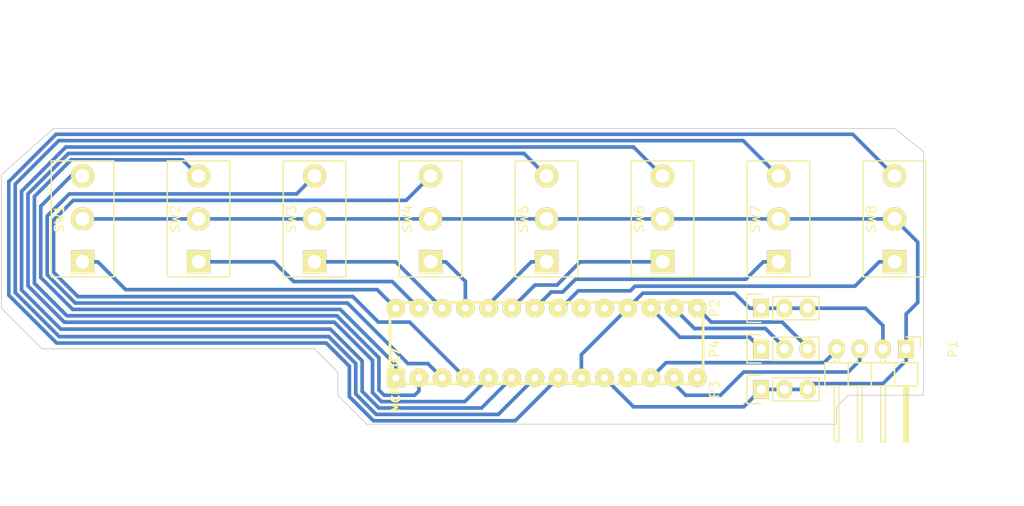
<source format=kicad_pcb>
(kicad_pcb (version 4) (host pcbnew 4.0.2-stable)

  (general
    (links 38)
    (no_connects 0)
    (area 130.759999 53.601992 246.76 110.650001)
    (thickness 1.6)
    (drawings 19)
    (tracks 183)
    (zones 0)
    (modules 13)
    (nets 24)
  )

  (page A4)
  (layers
    (0 F.Cu signal)
    (31 B.Cu signal)
    (32 B.Adhes user)
    (33 F.Adhes user)
    (34 B.Paste user)
    (35 F.Paste user)
    (36 B.SilkS user)
    (37 F.SilkS user)
    (38 B.Mask user)
    (39 F.Mask user)
    (40 Dwgs.User user)
    (41 Cmts.User user)
    (42 Eco1.User user)
    (43 Eco2.User user)
    (44 Edge.Cuts user)
    (45 Margin user)
    (46 B.CrtYd user)
    (47 F.CrtYd user)
    (48 B.Fab user)
    (49 F.Fab user)
  )

  (setup
    (last_trace_width 0.4)
    (trace_clearance 0.3)
    (zone_clearance 0.508)
    (zone_45_only no)
    (trace_min 0.2)
    (segment_width 0.2)
    (edge_width 0.1)
    (via_size 1.6)
    (via_drill 1)
    (via_min_size 0.4)
    (via_min_drill 0.3)
    (uvia_size 0.3)
    (uvia_drill 0.1)
    (uvias_allowed no)
    (uvia_min_size 0.2)
    (uvia_min_drill 0.1)
    (pcb_text_width 0.3)
    (pcb_text_size 1.5 1.5)
    (mod_edge_width 0.15)
    (mod_text_size 1 1)
    (mod_text_width 0.15)
    (pad_size 1.5 1.5)
    (pad_drill 0.6)
    (pad_to_mask_clearance 0)
    (aux_axis_origin 0 0)
    (visible_elements FFFFFF7F)
    (pcbplotparams
      (layerselection 0x310f0_80000001)
      (usegerberextensions false)
      (excludeedgelayer true)
      (linewidth 0.100000)
      (plotframeref false)
      (viasonmask false)
      (mode 1)
      (useauxorigin false)
      (hpglpennumber 1)
      (hpglpenspeed 20)
      (hpglpendiameter 15)
      (hpglpenoverlay 2)
      (psnegative false)
      (psa4output false)
      (plotreference true)
      (plotvalue true)
      (plotinvisibletext false)
      (padsonsilk false)
      (subtractmaskfromsilk false)
      (outputformat 1)
      (mirror false)
      (drillshape 0)
      (scaleselection 1)
      (outputdirectory ../plans/v1_board_assembly/))
  )

  (net 0 "")
  (net 1 GND)
  (net 2 /SCK)
  (net 3 VDD)
  (net 4 /SDA)
  (net 5 "Net-(P4-Pad1)")
  (net 6 "Net-(P4-Pad2)")
  (net 7 "Net-(P4-Pad3)")
  (net 8 "Net-(SW1-Pad1)")
  (net 9 "Net-(SW1-Pad3)")
  (net 10 "Net-(SW2-Pad1)")
  (net 11 "Net-(SW2-Pad3)")
  (net 12 "Net-(SW3-Pad1)")
  (net 13 "Net-(SW3-Pad3)")
  (net 14 "Net-(SW4-Pad1)")
  (net 15 "Net-(SW4-Pad3)")
  (net 16 "Net-(SW5-Pad1)")
  (net 17 "Net-(SW5-Pad3)")
  (net 18 "Net-(SW6-Pad1)")
  (net 19 "Net-(SW6-Pad3)")
  (net 20 "Net-(SW7-Pad1)")
  (net 21 "Net-(SW7-Pad3)")
  (net 22 "Net-(SW8-Pad1)")
  (net 23 "Net-(SW8-Pad3)")

  (net_class Default "This is the default net class."
    (clearance 0.3)
    (trace_width 0.4)
    (via_dia 1.6)
    (via_drill 1)
    (uvia_dia 0.3)
    (uvia_drill 0.1)
    (add_net /SCK)
    (add_net /SDA)
    (add_net GND)
    (add_net "Net-(P4-Pad1)")
    (add_net "Net-(P4-Pad2)")
    (add_net "Net-(P4-Pad3)")
    (add_net "Net-(SW1-Pad1)")
    (add_net "Net-(SW1-Pad3)")
    (add_net "Net-(SW2-Pad1)")
    (add_net "Net-(SW2-Pad3)")
    (add_net "Net-(SW3-Pad1)")
    (add_net "Net-(SW3-Pad3)")
    (add_net "Net-(SW4-Pad1)")
    (add_net "Net-(SW4-Pad3)")
    (add_net "Net-(SW5-Pad1)")
    (add_net "Net-(SW5-Pad3)")
    (add_net "Net-(SW6-Pad1)")
    (add_net "Net-(SW6-Pad3)")
    (add_net "Net-(SW7-Pad1)")
    (add_net "Net-(SW7-Pad3)")
    (add_net "Net-(SW8-Pad1)")
    (add_net "Net-(SW8-Pad3)")
    (add_net VDD)
  )

  (module Pin_Headers:Pin_Header_Straight_1x03 (layer F.Cu) (tedit 0) (tstamp 57A7179B)
    (at 213.995 91.44 90)
    (descr "Through hole pin header")
    (tags "pin header")
    (path /57A4C019)
    (fp_text reference P4 (at 0 -5.1 90) (layer F.SilkS)
      (effects (font (size 1 1) (thickness 0.15)))
    )
    (fp_text value CONN_01X03 (at 0 -3.1 90) (layer F.Fab)
      (effects (font (size 1 1) (thickness 0.15)))
    )
    (fp_line (start -1.75 -1.75) (end -1.75 6.85) (layer F.CrtYd) (width 0.05))
    (fp_line (start 1.75 -1.75) (end 1.75 6.85) (layer F.CrtYd) (width 0.05))
    (fp_line (start -1.75 -1.75) (end 1.75 -1.75) (layer F.CrtYd) (width 0.05))
    (fp_line (start -1.75 6.85) (end 1.75 6.85) (layer F.CrtYd) (width 0.05))
    (fp_line (start -1.27 1.27) (end -1.27 6.35) (layer F.SilkS) (width 0.15))
    (fp_line (start -1.27 6.35) (end 1.27 6.35) (layer F.SilkS) (width 0.15))
    (fp_line (start 1.27 6.35) (end 1.27 1.27) (layer F.SilkS) (width 0.15))
    (fp_line (start 1.55 -1.55) (end 1.55 0) (layer F.SilkS) (width 0.15))
    (fp_line (start 1.27 1.27) (end -1.27 1.27) (layer F.SilkS) (width 0.15))
    (fp_line (start -1.55 0) (end -1.55 -1.55) (layer F.SilkS) (width 0.15))
    (fp_line (start -1.55 -1.55) (end 1.55 -1.55) (layer F.SilkS) (width 0.15))
    (pad 1 thru_hole rect (at 0 0 90) (size 2.032 1.7272) (drill 1.016) (layers *.Cu *.Mask F.SilkS)
      (net 5 "Net-(P4-Pad1)"))
    (pad 2 thru_hole oval (at 0 2.54 90) (size 2.032 1.7272) (drill 1.016) (layers *.Cu *.Mask F.SilkS)
      (net 6 "Net-(P4-Pad2)"))
    (pad 3 thru_hole oval (at 0 5.08 90) (size 2.032 1.7272) (drill 1.016) (layers *.Cu *.Mask F.SilkS)
      (net 7 "Net-(P4-Pad3)"))
    (model Pin_Headers.3dshapes/Pin_Header_Straight_1x03.wrl
      (at (xyz 0 -0.1 0))
      (scale (xyz 1 1 1))
      (rotate (xyz 0 0 90))
    )
  )

  (module Pin_Headers:Pin_Header_Straight_1x03 (layer F.Cu) (tedit 0) (tstamp 57A71789)
    (at 213.995 95.885 90)
    (descr "Through hole pin header")
    (tags "pin header")
    (path /57A4C046)
    (fp_text reference P3 (at 0 -5.1 90) (layer F.SilkS)
      (effects (font (size 1 1) (thickness 0.15)))
    )
    (fp_text value CONN_01X03 (at 0 -3.1 90) (layer F.Fab)
      (effects (font (size 1 1) (thickness 0.15)))
    )
    (fp_line (start -1.75 -1.75) (end -1.75 6.85) (layer F.CrtYd) (width 0.05))
    (fp_line (start 1.75 -1.75) (end 1.75 6.85) (layer F.CrtYd) (width 0.05))
    (fp_line (start -1.75 -1.75) (end 1.75 -1.75) (layer F.CrtYd) (width 0.05))
    (fp_line (start -1.75 6.85) (end 1.75 6.85) (layer F.CrtYd) (width 0.05))
    (fp_line (start -1.27 1.27) (end -1.27 6.35) (layer F.SilkS) (width 0.15))
    (fp_line (start -1.27 6.35) (end 1.27 6.35) (layer F.SilkS) (width 0.15))
    (fp_line (start 1.27 6.35) (end 1.27 1.27) (layer F.SilkS) (width 0.15))
    (fp_line (start 1.55 -1.55) (end 1.55 0) (layer F.SilkS) (width 0.15))
    (fp_line (start 1.27 1.27) (end -1.27 1.27) (layer F.SilkS) (width 0.15))
    (fp_line (start -1.55 0) (end -1.55 -1.55) (layer F.SilkS) (width 0.15))
    (fp_line (start -1.55 -1.55) (end 1.55 -1.55) (layer F.SilkS) (width 0.15))
    (pad 1 thru_hole rect (at 0 0 90) (size 2.032 1.7272) (drill 1.016) (layers *.Cu *.Mask F.SilkS)
      (net 1 GND))
    (pad 2 thru_hole oval (at 0 2.54 90) (size 2.032 1.7272) (drill 1.016) (layers *.Cu *.Mask F.SilkS)
      (net 1 GND))
    (pad 3 thru_hole oval (at 0 5.08 90) (size 2.032 1.7272) (drill 1.016) (layers *.Cu *.Mask F.SilkS)
      (net 1 GND))
    (model Pin_Headers.3dshapes/Pin_Header_Straight_1x03.wrl
      (at (xyz 0 -0.1 0))
      (scale (xyz 1 1 1))
      (rotate (xyz 0 0 90))
    )
  )

  (module Pin_Headers:Pin_Header_Straight_1x03 (layer F.Cu) (tedit 0) (tstamp 57A71777)
    (at 213.995 86.995 90)
    (descr "Through hole pin header")
    (tags "pin header")
    (path /57A4C069)
    (fp_text reference P2 (at 0 -5.1 90) (layer F.SilkS)
      (effects (font (size 1 1) (thickness 0.15)))
    )
    (fp_text value CONN_01X03 (at 0 -3.1 90) (layer F.Fab)
      (effects (font (size 1 1) (thickness 0.15)))
    )
    (fp_line (start -1.75 -1.75) (end -1.75 6.85) (layer F.CrtYd) (width 0.05))
    (fp_line (start 1.75 -1.75) (end 1.75 6.85) (layer F.CrtYd) (width 0.05))
    (fp_line (start -1.75 -1.75) (end 1.75 -1.75) (layer F.CrtYd) (width 0.05))
    (fp_line (start -1.75 6.85) (end 1.75 6.85) (layer F.CrtYd) (width 0.05))
    (fp_line (start -1.27 1.27) (end -1.27 6.35) (layer F.SilkS) (width 0.15))
    (fp_line (start -1.27 6.35) (end 1.27 6.35) (layer F.SilkS) (width 0.15))
    (fp_line (start 1.27 6.35) (end 1.27 1.27) (layer F.SilkS) (width 0.15))
    (fp_line (start 1.55 -1.55) (end 1.55 0) (layer F.SilkS) (width 0.15))
    (fp_line (start 1.27 1.27) (end -1.27 1.27) (layer F.SilkS) (width 0.15))
    (fp_line (start -1.55 0) (end -1.55 -1.55) (layer F.SilkS) (width 0.15))
    (fp_line (start -1.55 -1.55) (end 1.55 -1.55) (layer F.SilkS) (width 0.15))
    (pad 1 thru_hole rect (at 0 0 90) (size 2.032 1.7272) (drill 1.016) (layers *.Cu *.Mask F.SilkS)
      (net 3 VDD))
    (pad 2 thru_hole oval (at 0 2.54 90) (size 2.032 1.7272) (drill 1.016) (layers *.Cu *.Mask F.SilkS)
      (net 3 VDD))
    (pad 3 thru_hole oval (at 0 5.08 90) (size 2.032 1.7272) (drill 1.016) (layers *.Cu *.Mask F.SilkS)
      (net 3 VDD))
    (model Pin_Headers.3dshapes/Pin_Header_Straight_1x03.wrl
      (at (xyz 0 -0.1 0))
      (scale (xyz 1 1 1))
      (rotate (xyz 0 0 90))
    )
  )

  (module DIL28:DIL28 (layer F.Cu) (tedit 200000) (tstamp 57A4B400)
    (at 173.99 94.615)
    (descr "e.g. MCP23017")
    (path /57A4B36E)
    (fp_text reference U1 (at 0 -0.254 270) (layer F.SilkS)
      (effects (font (size 0.889 0.889) (thickness 0.3048)))
    )
    (fp_text value MCP23017 (at 0 0.254 270) (layer F.SilkS)
      (effects (font (size 0.889 0.889) (thickness 0.3048)))
    )
    (fp_line (start -0.635 0.635) (end 33.655 0.635) (layer F.SilkS) (width 0.3048))
    (fp_line (start 33.655 0.635) (end 33.655 -8.255) (layer F.SilkS) (width 0.3048))
    (fp_line (start 33.655 -8.255) (end -0.635 -8.255) (layer F.SilkS) (width 0.3048))
    (fp_line (start -0.635 -8.255) (end -0.635 0.635) (layer F.SilkS) (width 0.3048))
    (pad 1 thru_hole rect (at 0 0) (size 2.032 2.032) (drill 0.762) (layers *.Cu *.Mask F.SilkS)
      (net 9 "Net-(SW1-Pad3)"))
    (pad 2 thru_hole circle (at 2.54 0) (size 2.032 2.032) (drill 0.762) (layers *.Cu *.Mask F.SilkS)
      (net 11 "Net-(SW2-Pad3)"))
    (pad 3 thru_hole circle (at 5.08 0) (size 2.032 2.032) (drill 0.762) (layers *.Cu *.Mask F.SilkS)
      (net 13 "Net-(SW3-Pad3)"))
    (pad 4 thru_hole circle (at 7.62 0) (size 2.032 2.032) (drill 0.762) (layers *.Cu *.Mask F.SilkS)
      (net 15 "Net-(SW4-Pad3)"))
    (pad 5 thru_hole circle (at 10.16 0) (size 2.032 2.032) (drill 0.762) (layers *.Cu *.Mask F.SilkS)
      (net 17 "Net-(SW5-Pad3)"))
    (pad 6 thru_hole circle (at 12.7 0) (size 2.032 2.032) (drill 0.762) (layers *.Cu *.Mask F.SilkS)
      (net 19 "Net-(SW6-Pad3)"))
    (pad 7 thru_hole circle (at 15.24 0) (size 2.032 2.032) (drill 0.762) (layers *.Cu *.Mask F.SilkS)
      (net 21 "Net-(SW7-Pad3)"))
    (pad 8 thru_hole circle (at 17.78 0) (size 2.032 2.032) (drill 0.762) (layers *.Cu *.Mask F.SilkS)
      (net 23 "Net-(SW8-Pad3)"))
    (pad 9 thru_hole circle (at 20.32 0) (size 2.032 2.032) (drill 0.762) (layers *.Cu *.Mask F.SilkS)
      (net 3 VDD))
    (pad 10 thru_hole circle (at 22.86 0) (size 2.032 2.032) (drill 0.762) (layers *.Cu *.Mask F.SilkS)
      (net 1 GND))
    (pad 11 thru_hole circle (at 25.4 0) (size 2.032 2.032) (drill 0.762) (layers *.Cu *.Mask F.SilkS))
    (pad 12 thru_hole circle (at 27.94 0) (size 2.032 2.032) (drill 0.762) (layers *.Cu *.Mask F.SilkS)
      (net 2 /SCK))
    (pad 13 thru_hole circle (at 30.48 0) (size 2.032 2.032) (drill 0.762) (layers *.Cu *.Mask F.SilkS)
      (net 4 /SDA))
    (pad 14 thru_hole circle (at 33.02 0) (size 2.032 2.032) (drill 0.762) (layers *.Cu *.Mask F.SilkS))
    (pad 15 thru_hole circle (at 33.02 -7.62 180) (size 2.032 2.032) (drill 0.762) (layers *.Cu *.Mask F.SilkS)
      (net 7 "Net-(P4-Pad3)"))
    (pad 16 thru_hole circle (at 30.48 -7.62 180) (size 2.032 2.032) (drill 0.762) (layers *.Cu *.Mask F.SilkS)
      (net 6 "Net-(P4-Pad2)"))
    (pad 17 thru_hole circle (at 27.94 -7.62 180) (size 2.032 2.032) (drill 0.762) (layers *.Cu *.Mask F.SilkS)
      (net 5 "Net-(P4-Pad1)"))
    (pad 18 thru_hole circle (at 25.4 -7.62 180) (size 2.032 2.032) (drill 0.762) (layers *.Cu *.Mask F.SilkS)
      (net 3 VDD))
    (pad 19 thru_hole circle (at 22.86 -7.62 180) (size 2.032 2.032) (drill 0.762) (layers *.Cu *.Mask F.SilkS))
    (pad 20 thru_hole circle (at 20.32 -7.62 180) (size 2.032 2.032) (drill 0.762) (layers *.Cu *.Mask F.SilkS))
    (pad 21 thru_hole circle (at 17.78 -7.62 180) (size 2.032 2.032) (drill 0.762) (layers *.Cu *.Mask F.SilkS)
      (net 22 "Net-(SW8-Pad1)"))
    (pad 22 thru_hole circle (at 15.24 -7.62 180) (size 2.032 2.032) (drill 0.762) (layers *.Cu *.Mask F.SilkS)
      (net 20 "Net-(SW7-Pad1)"))
    (pad 23 thru_hole circle (at 12.7 -7.62 180) (size 2.032 2.032) (drill 0.762) (layers *.Cu *.Mask F.SilkS)
      (net 18 "Net-(SW6-Pad1)"))
    (pad 24 thru_hole circle (at 10.16 -7.62 180) (size 2.032 2.032) (drill 0.762) (layers *.Cu *.Mask F.SilkS)
      (net 16 "Net-(SW5-Pad1)"))
    (pad 25 thru_hole circle (at 7.62 -7.62 180) (size 2.032 2.032) (drill 0.762) (layers *.Cu *.Mask F.SilkS)
      (net 14 "Net-(SW4-Pad1)"))
    (pad 26 thru_hole circle (at 5.08 -7.62 180) (size 2.032 2.032) (drill 0.762) (layers *.Cu *.Mask F.SilkS)
      (net 12 "Net-(SW3-Pad1)"))
    (pad 27 thru_hole circle (at 2.54 -7.62 180) (size 2.032 2.032) (drill 0.762) (layers *.Cu *.Mask F.SilkS)
      (net 10 "Net-(SW2-Pad1)"))
    (pad 28 thru_hole circle (at 0 -7.62 180) (size 2.032 2.032) (drill 0.762) (layers *.Cu *.Mask F.SilkS)
      (net 8 "Net-(SW1-Pad1)"))
  )

  (module myparts:SW_SPDT-custom (layer F.Cu) (tedit 57A880BF) (tstamp 57A7150B)
    (at 139.7 77.216 90)
    (tags "Switch SPDT")
    (path /57A4C3BE)
    (fp_text reference SW1 (at 0 -2.54 90) (layer F.SilkS)
      (effects (font (size 1 1) (thickness 0.15)))
    )
    (fp_text value SWITCH_INV (at 0.025 2.45 90) (layer F.Fab)
      (effects (font (size 1 1) (thickness 0.15)))
    )
    (fp_line (start 7 1.5) (end 5 1.5) (layer B.Fab) (width 0.15))
    (fp_line (start 7 -1.5) (end 7 1.5) (layer B.Fab) (width 0.15))
    (fp_line (start 5 -1.5) (end 7 -1.5) (layer B.Fab) (width 0.15))
    (fp_line (start 5 1.5) (end 5 -1.5) (layer B.Fab) (width 0.15))
    (fp_circle (center 0 0) (end 3.175 0) (layer B.Fab) (width 0.15))
    (fp_line (start -6.35 3.429) (end -6.35 -3.429) (layer F.SilkS) (width 0.15))
    (fp_line (start -6.35 -3.429) (end 6.35 -3.429) (layer F.SilkS) (width 0.15))
    (fp_line (start 6.35 -3.429) (end 6.35 3.429) (layer F.SilkS) (width 0.15))
    (fp_line (start 6.35 3.429) (end -6.35 3.429) (layer F.SilkS) (width 0.15))
    (pad 1 thru_hole rect (at -4.699 0 90) (size 2.54 2.54) (drill 1.524) (layers *.Cu *.Mask F.SilkS)
      (net 8 "Net-(SW1-Pad1)"))
    (pad 2 thru_hole circle (at 0 0 90) (size 2.54 2.54) (drill 1.524) (layers *.Cu *.Mask F.SilkS)
      (net 1 GND))
    (pad 3 thru_hole circle (at 4.699 0 90) (size 2.54 2.54) (drill 1.524) (layers *.Cu *.Mask F.SilkS)
      (net 9 "Net-(SW1-Pad3)"))
  )

  (module myparts:SW_SPDT-custom (layer F.Cu) (tedit 57A880BF) (tstamp 57A71523)
    (at 165.1 77.216 90)
    (tags "Switch SPDT")
    (path /57A4C471)
    (fp_text reference SW3 (at 0 -2.54 90) (layer F.SilkS)
      (effects (font (size 1 1) (thickness 0.15)))
    )
    (fp_text value SWITCH_INV (at 0.025 2.45 90) (layer F.Fab)
      (effects (font (size 1 1) (thickness 0.15)))
    )
    (fp_line (start 7 1.5) (end 5 1.5) (layer B.Fab) (width 0.15))
    (fp_line (start 7 -1.5) (end 7 1.5) (layer B.Fab) (width 0.15))
    (fp_line (start 5 -1.5) (end 7 -1.5) (layer B.Fab) (width 0.15))
    (fp_line (start 5 1.5) (end 5 -1.5) (layer B.Fab) (width 0.15))
    (fp_circle (center 0 0) (end 3.175 0) (layer B.Fab) (width 0.15))
    (fp_line (start -6.35 3.429) (end -6.35 -3.429) (layer F.SilkS) (width 0.15))
    (fp_line (start -6.35 -3.429) (end 6.35 -3.429) (layer F.SilkS) (width 0.15))
    (fp_line (start 6.35 -3.429) (end 6.35 3.429) (layer F.SilkS) (width 0.15))
    (fp_line (start 6.35 3.429) (end -6.35 3.429) (layer F.SilkS) (width 0.15))
    (pad 1 thru_hole rect (at -4.699 0 90) (size 2.54 2.54) (drill 1.524) (layers *.Cu *.Mask F.SilkS)
      (net 12 "Net-(SW3-Pad1)"))
    (pad 2 thru_hole circle (at 0 0 90) (size 2.54 2.54) (drill 1.524) (layers *.Cu *.Mask F.SilkS)
      (net 1 GND))
    (pad 3 thru_hole circle (at 4.699 0 90) (size 2.54 2.54) (drill 1.524) (layers *.Cu *.Mask F.SilkS)
      (net 13 "Net-(SW3-Pad3)"))
  )

  (module myparts:SW_SPDT-custom (layer F.Cu) (tedit 57A880BF) (tstamp 57A7152F)
    (at 177.8 77.216 90)
    (tags "Switch SPDT")
    (path /57A4C49D)
    (fp_text reference SW4 (at 0 -2.54 90) (layer F.SilkS)
      (effects (font (size 1 1) (thickness 0.15)))
    )
    (fp_text value SWITCH_INV (at 0.025 2.45 90) (layer F.Fab)
      (effects (font (size 1 1) (thickness 0.15)))
    )
    (fp_line (start 7 1.5) (end 5 1.5) (layer B.Fab) (width 0.15))
    (fp_line (start 7 -1.5) (end 7 1.5) (layer B.Fab) (width 0.15))
    (fp_line (start 5 -1.5) (end 7 -1.5) (layer B.Fab) (width 0.15))
    (fp_line (start 5 1.5) (end 5 -1.5) (layer B.Fab) (width 0.15))
    (fp_circle (center 0 0) (end 3.175 0) (layer B.Fab) (width 0.15))
    (fp_line (start -6.35 3.429) (end -6.35 -3.429) (layer F.SilkS) (width 0.15))
    (fp_line (start -6.35 -3.429) (end 6.35 -3.429) (layer F.SilkS) (width 0.15))
    (fp_line (start 6.35 -3.429) (end 6.35 3.429) (layer F.SilkS) (width 0.15))
    (fp_line (start 6.35 3.429) (end -6.35 3.429) (layer F.SilkS) (width 0.15))
    (pad 1 thru_hole rect (at -4.699 0 90) (size 2.54 2.54) (drill 1.524) (layers *.Cu *.Mask F.SilkS)
      (net 14 "Net-(SW4-Pad1)"))
    (pad 2 thru_hole circle (at 0 0 90) (size 2.54 2.54) (drill 1.524) (layers *.Cu *.Mask F.SilkS)
      (net 1 GND))
    (pad 3 thru_hole circle (at 4.699 0 90) (size 2.54 2.54) (drill 1.524) (layers *.Cu *.Mask F.SilkS)
      (net 15 "Net-(SW4-Pad3)"))
  )

  (module myparts:SW_SPDT-custom (layer F.Cu) (tedit 57A880BF) (tstamp 57A7153B)
    (at 190.5 77.216 90)
    (tags "Switch SPDT")
    (path /57A4C5B0)
    (fp_text reference SW5 (at 0 -2.54 90) (layer F.SilkS)
      (effects (font (size 1 1) (thickness 0.15)))
    )
    (fp_text value SWITCH_INV (at 0.025 2.45 90) (layer F.Fab)
      (effects (font (size 1 1) (thickness 0.15)))
    )
    (fp_line (start 7 1.5) (end 5 1.5) (layer B.Fab) (width 0.15))
    (fp_line (start 7 -1.5) (end 7 1.5) (layer B.Fab) (width 0.15))
    (fp_line (start 5 -1.5) (end 7 -1.5) (layer B.Fab) (width 0.15))
    (fp_line (start 5 1.5) (end 5 -1.5) (layer B.Fab) (width 0.15))
    (fp_circle (center 0 0) (end 3.175 0) (layer B.Fab) (width 0.15))
    (fp_line (start -6.35 3.429) (end -6.35 -3.429) (layer F.SilkS) (width 0.15))
    (fp_line (start -6.35 -3.429) (end 6.35 -3.429) (layer F.SilkS) (width 0.15))
    (fp_line (start 6.35 -3.429) (end 6.35 3.429) (layer F.SilkS) (width 0.15))
    (fp_line (start 6.35 3.429) (end -6.35 3.429) (layer F.SilkS) (width 0.15))
    (pad 1 thru_hole rect (at -4.699 0 90) (size 2.54 2.54) (drill 1.524) (layers *.Cu *.Mask F.SilkS)
      (net 16 "Net-(SW5-Pad1)"))
    (pad 2 thru_hole circle (at 0 0 90) (size 2.54 2.54) (drill 1.524) (layers *.Cu *.Mask F.SilkS)
      (net 1 GND))
    (pad 3 thru_hole circle (at 4.699 0 90) (size 2.54 2.54) (drill 1.524) (layers *.Cu *.Mask F.SilkS)
      (net 17 "Net-(SW5-Pad3)"))
  )

  (module myparts:SW_SPDT-custom (layer F.Cu) (tedit 57A880BF) (tstamp 57A71547)
    (at 203.2 77.216 90)
    (tags "Switch SPDT")
    (path /57A4C5B6)
    (fp_text reference SW6 (at 0 -2.54 90) (layer F.SilkS)
      (effects (font (size 1 1) (thickness 0.15)))
    )
    (fp_text value SWITCH_INV (at 0.025 2.45 90) (layer F.Fab)
      (effects (font (size 1 1) (thickness 0.15)))
    )
    (fp_line (start 7 1.5) (end 5 1.5) (layer B.Fab) (width 0.15))
    (fp_line (start 7 -1.5) (end 7 1.5) (layer B.Fab) (width 0.15))
    (fp_line (start 5 -1.5) (end 7 -1.5) (layer B.Fab) (width 0.15))
    (fp_line (start 5 1.5) (end 5 -1.5) (layer B.Fab) (width 0.15))
    (fp_circle (center 0 0) (end 3.175 0) (layer B.Fab) (width 0.15))
    (fp_line (start -6.35 3.429) (end -6.35 -3.429) (layer F.SilkS) (width 0.15))
    (fp_line (start -6.35 -3.429) (end 6.35 -3.429) (layer F.SilkS) (width 0.15))
    (fp_line (start 6.35 -3.429) (end 6.35 3.429) (layer F.SilkS) (width 0.15))
    (fp_line (start 6.35 3.429) (end -6.35 3.429) (layer F.SilkS) (width 0.15))
    (pad 1 thru_hole rect (at -4.699 0 90) (size 2.54 2.54) (drill 1.524) (layers *.Cu *.Mask F.SilkS)
      (net 18 "Net-(SW6-Pad1)"))
    (pad 2 thru_hole circle (at 0 0 90) (size 2.54 2.54) (drill 1.524) (layers *.Cu *.Mask F.SilkS)
      (net 1 GND))
    (pad 3 thru_hole circle (at 4.699 0 90) (size 2.54 2.54) (drill 1.524) (layers *.Cu *.Mask F.SilkS)
      (net 19 "Net-(SW6-Pad3)"))
  )

  (module myparts:SW_SPDT-custom (layer F.Cu) (tedit 57A880BF) (tstamp 57A71553)
    (at 215.9 77.216 90)
    (tags "Switch SPDT")
    (path /57A4C5BC)
    (fp_text reference SW7 (at 0 -2.54 90) (layer F.SilkS)
      (effects (font (size 1 1) (thickness 0.15)))
    )
    (fp_text value SWITCH_INV (at 0.025 2.45 90) (layer F.Fab)
      (effects (font (size 1 1) (thickness 0.15)))
    )
    (fp_line (start 7 1.5) (end 5 1.5) (layer B.Fab) (width 0.15))
    (fp_line (start 7 -1.5) (end 7 1.5) (layer B.Fab) (width 0.15))
    (fp_line (start 5 -1.5) (end 7 -1.5) (layer B.Fab) (width 0.15))
    (fp_line (start 5 1.5) (end 5 -1.5) (layer B.Fab) (width 0.15))
    (fp_circle (center 0 0) (end 3.175 0) (layer B.Fab) (width 0.15))
    (fp_line (start -6.35 3.429) (end -6.35 -3.429) (layer F.SilkS) (width 0.15))
    (fp_line (start -6.35 -3.429) (end 6.35 -3.429) (layer F.SilkS) (width 0.15))
    (fp_line (start 6.35 -3.429) (end 6.35 3.429) (layer F.SilkS) (width 0.15))
    (fp_line (start 6.35 3.429) (end -6.35 3.429) (layer F.SilkS) (width 0.15))
    (pad 1 thru_hole rect (at -4.699 0 90) (size 2.54 2.54) (drill 1.524) (layers *.Cu *.Mask F.SilkS)
      (net 20 "Net-(SW7-Pad1)"))
    (pad 2 thru_hole circle (at 0 0 90) (size 2.54 2.54) (drill 1.524) (layers *.Cu *.Mask F.SilkS)
      (net 1 GND))
    (pad 3 thru_hole circle (at 4.699 0 90) (size 2.54 2.54) (drill 1.524) (layers *.Cu *.Mask F.SilkS)
      (net 21 "Net-(SW7-Pad3)"))
  )

  (module myparts:SW_SPDT-custom (layer F.Cu) (tedit 57A880BF) (tstamp 57A7155F)
    (at 228.6 77.216 90)
    (tags "Switch SPDT")
    (path /57A4C5C2)
    (fp_text reference SW8 (at 0 -2.54 90) (layer F.SilkS)
      (effects (font (size 1 1) (thickness 0.15)))
    )
    (fp_text value SWITCH_INV (at 0.025 2.45 90) (layer F.Fab)
      (effects (font (size 1 1) (thickness 0.15)))
    )
    (fp_line (start 7 1.5) (end 5 1.5) (layer B.Fab) (width 0.15))
    (fp_line (start 7 -1.5) (end 7 1.5) (layer B.Fab) (width 0.15))
    (fp_line (start 5 -1.5) (end 7 -1.5) (layer B.Fab) (width 0.15))
    (fp_line (start 5 1.5) (end 5 -1.5) (layer B.Fab) (width 0.15))
    (fp_circle (center 0 0) (end 3.175 0) (layer B.Fab) (width 0.15))
    (fp_line (start -6.35 3.429) (end -6.35 -3.429) (layer F.SilkS) (width 0.15))
    (fp_line (start -6.35 -3.429) (end 6.35 -3.429) (layer F.SilkS) (width 0.15))
    (fp_line (start 6.35 -3.429) (end 6.35 3.429) (layer F.SilkS) (width 0.15))
    (fp_line (start 6.35 3.429) (end -6.35 3.429) (layer F.SilkS) (width 0.15))
    (pad 1 thru_hole rect (at -4.699 0 90) (size 2.54 2.54) (drill 1.524) (layers *.Cu *.Mask F.SilkS)
      (net 22 "Net-(SW8-Pad1)"))
    (pad 2 thru_hole circle (at 0 0 90) (size 2.54 2.54) (drill 1.524) (layers *.Cu *.Mask F.SilkS)
      (net 1 GND))
    (pad 3 thru_hole circle (at 4.699 0 90) (size 2.54 2.54) (drill 1.524) (layers *.Cu *.Mask F.SilkS)
      (net 23 "Net-(SW8-Pad3)"))
  )

  (module myparts:SW_SPDT-custom (layer F.Cu) (tedit 57A880BF) (tstamp 57A71517)
    (at 152.4 77.216 90)
    (tags "Switch SPDT")
    (path /57A4C448)
    (fp_text reference SW2 (at 0 -2.54 90) (layer F.SilkS)
      (effects (font (size 1 1) (thickness 0.15)))
    )
    (fp_text value SWITCH_INV (at 0.025 2.45 90) (layer F.Fab)
      (effects (font (size 1 1) (thickness 0.15)))
    )
    (fp_line (start 7 1.5) (end 5 1.5) (layer B.Fab) (width 0.15))
    (fp_line (start 7 -1.5) (end 7 1.5) (layer B.Fab) (width 0.15))
    (fp_line (start 5 -1.5) (end 7 -1.5) (layer B.Fab) (width 0.15))
    (fp_line (start 5 1.5) (end 5 -1.5) (layer B.Fab) (width 0.15))
    (fp_circle (center 0 0) (end 3.175 0) (layer B.Fab) (width 0.15))
    (fp_line (start -6.35 3.429) (end -6.35 -3.429) (layer F.SilkS) (width 0.15))
    (fp_line (start -6.35 -3.429) (end 6.35 -3.429) (layer F.SilkS) (width 0.15))
    (fp_line (start 6.35 -3.429) (end 6.35 3.429) (layer F.SilkS) (width 0.15))
    (fp_line (start 6.35 3.429) (end -6.35 3.429) (layer F.SilkS) (width 0.15))
    (pad 1 thru_hole rect (at -4.699 0 90) (size 2.54 2.54) (drill 1.524) (layers *.Cu *.Mask F.SilkS)
      (net 10 "Net-(SW2-Pad1)"))
    (pad 2 thru_hole circle (at 0 0 90) (size 2.54 2.54) (drill 1.524) (layers *.Cu *.Mask F.SilkS)
      (net 1 GND))
    (pad 3 thru_hole circle (at 4.699 0 90) (size 2.54 2.54) (drill 1.524) (layers *.Cu *.Mask F.SilkS)
      (net 11 "Net-(SW2-Pad3)"))
  )

  (module Pin_Headers:Pin_Header_Angled_1x04 (layer F.Cu) (tedit 0) (tstamp 57A9C467)
    (at 229.87 91.44 270)
    (descr "Through hole pin header")
    (tags "pin header")
    (path /57A9C4BF)
    (fp_text reference P1 (at 0 -5.1 270) (layer F.SilkS)
      (effects (font (size 1 1) (thickness 0.15)))
    )
    (fp_text value CONN_01X04 (at 0 -3.1 270) (layer F.Fab)
      (effects (font (size 1 1) (thickness 0.15)))
    )
    (fp_line (start -1.5 -1.75) (end -1.5 9.4) (layer F.CrtYd) (width 0.05))
    (fp_line (start 10.65 -1.75) (end 10.65 9.4) (layer F.CrtYd) (width 0.05))
    (fp_line (start -1.5 -1.75) (end 10.65 -1.75) (layer F.CrtYd) (width 0.05))
    (fp_line (start -1.5 9.4) (end 10.65 9.4) (layer F.CrtYd) (width 0.05))
    (fp_line (start -1.3 -1.55) (end -1.3 0) (layer F.SilkS) (width 0.15))
    (fp_line (start 0 -1.55) (end -1.3 -1.55) (layer F.SilkS) (width 0.15))
    (fp_line (start 4.191 -0.127) (end 10.033 -0.127) (layer F.SilkS) (width 0.15))
    (fp_line (start 10.033 -0.127) (end 10.033 0.127) (layer F.SilkS) (width 0.15))
    (fp_line (start 10.033 0.127) (end 4.191 0.127) (layer F.SilkS) (width 0.15))
    (fp_line (start 4.191 0.127) (end 4.191 0) (layer F.SilkS) (width 0.15))
    (fp_line (start 4.191 0) (end 10.033 0) (layer F.SilkS) (width 0.15))
    (fp_line (start 1.524 -0.254) (end 1.143 -0.254) (layer F.SilkS) (width 0.15))
    (fp_line (start 1.524 0.254) (end 1.143 0.254) (layer F.SilkS) (width 0.15))
    (fp_line (start 1.524 2.286) (end 1.143 2.286) (layer F.SilkS) (width 0.15))
    (fp_line (start 1.524 2.794) (end 1.143 2.794) (layer F.SilkS) (width 0.15))
    (fp_line (start 1.524 4.826) (end 1.143 4.826) (layer F.SilkS) (width 0.15))
    (fp_line (start 1.524 5.334) (end 1.143 5.334) (layer F.SilkS) (width 0.15))
    (fp_line (start 1.524 7.874) (end 1.143 7.874) (layer F.SilkS) (width 0.15))
    (fp_line (start 1.524 7.366) (end 1.143 7.366) (layer F.SilkS) (width 0.15))
    (fp_line (start 1.524 -1.27) (end 4.064 -1.27) (layer F.SilkS) (width 0.15))
    (fp_line (start 1.524 1.27) (end 4.064 1.27) (layer F.SilkS) (width 0.15))
    (fp_line (start 1.524 1.27) (end 1.524 3.81) (layer F.SilkS) (width 0.15))
    (fp_line (start 1.524 3.81) (end 4.064 3.81) (layer F.SilkS) (width 0.15))
    (fp_line (start 4.064 2.286) (end 10.16 2.286) (layer F.SilkS) (width 0.15))
    (fp_line (start 10.16 2.286) (end 10.16 2.794) (layer F.SilkS) (width 0.15))
    (fp_line (start 10.16 2.794) (end 4.064 2.794) (layer F.SilkS) (width 0.15))
    (fp_line (start 4.064 3.81) (end 4.064 1.27) (layer F.SilkS) (width 0.15))
    (fp_line (start 4.064 1.27) (end 4.064 -1.27) (layer F.SilkS) (width 0.15))
    (fp_line (start 10.16 0.254) (end 4.064 0.254) (layer F.SilkS) (width 0.15))
    (fp_line (start 10.16 -0.254) (end 10.16 0.254) (layer F.SilkS) (width 0.15))
    (fp_line (start 4.064 -0.254) (end 10.16 -0.254) (layer F.SilkS) (width 0.15))
    (fp_line (start 1.524 1.27) (end 4.064 1.27) (layer F.SilkS) (width 0.15))
    (fp_line (start 1.524 -1.27) (end 1.524 1.27) (layer F.SilkS) (width 0.15))
    (fp_line (start 1.524 6.35) (end 4.064 6.35) (layer F.SilkS) (width 0.15))
    (fp_line (start 1.524 6.35) (end 1.524 8.89) (layer F.SilkS) (width 0.15))
    (fp_line (start 1.524 8.89) (end 4.064 8.89) (layer F.SilkS) (width 0.15))
    (fp_line (start 4.064 7.366) (end 10.16 7.366) (layer F.SilkS) (width 0.15))
    (fp_line (start 10.16 7.366) (end 10.16 7.874) (layer F.SilkS) (width 0.15))
    (fp_line (start 10.16 7.874) (end 4.064 7.874) (layer F.SilkS) (width 0.15))
    (fp_line (start 4.064 8.89) (end 4.064 6.35) (layer F.SilkS) (width 0.15))
    (fp_line (start 4.064 6.35) (end 4.064 3.81) (layer F.SilkS) (width 0.15))
    (fp_line (start 10.16 5.334) (end 4.064 5.334) (layer F.SilkS) (width 0.15))
    (fp_line (start 10.16 4.826) (end 10.16 5.334) (layer F.SilkS) (width 0.15))
    (fp_line (start 4.064 4.826) (end 10.16 4.826) (layer F.SilkS) (width 0.15))
    (fp_line (start 1.524 6.35) (end 4.064 6.35) (layer F.SilkS) (width 0.15))
    (fp_line (start 1.524 3.81) (end 1.524 6.35) (layer F.SilkS) (width 0.15))
    (fp_line (start 1.524 3.81) (end 4.064 3.81) (layer F.SilkS) (width 0.15))
    (pad 1 thru_hole rect (at 0 0 270) (size 2.032 1.7272) (drill 1.016) (layers *.Cu *.Mask F.SilkS)
      (net 1 GND))
    (pad 2 thru_hole oval (at 0 2.54 270) (size 2.032 1.7272) (drill 1.016) (layers *.Cu *.Mask F.SilkS)
      (net 3 VDD))
    (pad 3 thru_hole oval (at 0 5.08 270) (size 2.032 1.7272) (drill 1.016) (layers *.Cu *.Mask F.SilkS)
      (net 4 /SDA))
    (pad 4 thru_hole oval (at 0 7.62 270) (size 2.032 1.7272) (drill 1.016) (layers *.Cu *.Mask F.SilkS)
      (net 2 /SCK))
    (model Pin_Headers.3dshapes/Pin_Header_Angled_1x04.wrl
      (at (xyz 0 -0.15 0))
      (scale (xyz 1 1 1))
      (rotate (xyz 0 0 90))
    )
  )

  (gr_line (start 222.25 97.79) (end 222.25 99.695) (layer Edge.Cuts) (width 0.1))
  (gr_line (start 223.52 96.52) (end 222.25 97.79) (layer Edge.Cuts) (width 0.1))
  (gr_line (start 165.1 91.44) (end 167.64 93.98) (layer Edge.Cuts) (width 0.1))
  (gr_line (start 167.64 96.52) (end 167.64 93.98) (layer Edge.Cuts) (width 0.1))
  (gr_line (start 170.815 99.695) (end 167.64 96.52) (layer Edge.Cuts) (width 0.1))
  (gr_line (start 223.52 96.52) (end 231.775 96.52) (layer Edge.Cuts) (width 0.1))
  (gr_line (start 170.815 99.695) (end 222.25 99.695) (layer Edge.Cuts) (width 0.1))
  (gr_line (start 165.1 91.44) (end 157.48 91.44) (layer Edge.Cuts) (width 0.1))
  (gr_line (start 135.255 91.44) (end 157.48 91.44) (layer Edge.Cuts) (width 0.1))
  (dimension 34.29 (width 0.3) (layer Cmts.User)
    (gr_text "34.290 mm" (at 147.955 109.3) (layer Cmts.User) (tstamp 57A4BCF2)
      (effects (font (size 1.5 1.5) (thickness 0.3)))
    )
    (feature1 (pts (xy 165.1 86.995) (xy 165.1 110.65)))
    (feature2 (pts (xy 130.81 86.995) (xy 130.81 110.65)))
    (crossbar (pts (xy 130.81 107.95) (xy 165.1 107.95)))
    (arrow1a (pts (xy 165.1 107.95) (xy 163.973496 108.536421)))
    (arrow1b (pts (xy 165.1 107.95) (xy 163.973496 107.363579)))
    (arrow2a (pts (xy 130.81 107.95) (xy 131.936504 108.536421)))
    (arrow2b (pts (xy 130.81 107.95) (xy 131.936504 107.363579)))
  )
  (dimension 100.965 (width 0.3) (layer Cmts.User)
    (gr_text "100.965 mm" (at 181.2925 55.101992) (layer Cmts.User)
      (effects (font (size 1.5 1.5) (thickness 0.3)))
    )
    (feature1 (pts (xy 231.775 69.786992) (xy 231.775 53.751992)))
    (feature2 (pts (xy 130.81 69.786992) (xy 130.81 53.751992)))
    (crossbar (pts (xy 130.81 56.451992) (xy 231.775 56.451992)))
    (arrow1a (pts (xy 231.775 56.451992) (xy 230.648496 57.038413)))
    (arrow1b (pts (xy 231.775 56.451992) (xy 230.648496 55.865571)))
    (arrow2a (pts (xy 130.81 56.451992) (xy 131.936504 57.038413)))
    (arrow2b (pts (xy 130.81 56.451992) (xy 131.936504 55.865571)))
  )
  (dimension 36.195 (width 0.3) (layer Cmts.User)
    (gr_text "36.195 mm" (at 240.11 85.4075 270) (layer Cmts.User)
      (effects (font (size 1.5 1.5) (thickness 0.3)))
    )
    (feature1 (pts (xy 233.68 103.505) (xy 241.46 103.505)))
    (feature2 (pts (xy 233.68 67.31) (xy 241.46 67.31)))
    (crossbar (pts (xy 238.76 67.31) (xy 238.76 103.505)))
    (arrow1a (pts (xy 238.76 103.505) (xy 238.173579 102.378496)))
    (arrow1b (pts (xy 238.76 103.505) (xy 239.346421 102.378496)))
    (arrow2a (pts (xy 238.76 67.31) (xy 238.173579 68.436504)))
    (arrow2b (pts (xy 238.76 67.31) (xy 239.346421 68.436504)))
  )
  (gr_line (start 130.81 86.995) (end 130.81 72.39) (layer Edge.Cuts) (width 0.1))
  (gr_line (start 135.255 91.44) (end 130.81 86.995) (layer Edge.Cuts) (width 0.1))
  (gr_line (start 231.775 69.85) (end 231.775 96.52) (layer Edge.Cuts) (width 0.1))
  (gr_line (start 228.6 67.31) (end 231.775 69.85) (layer Edge.Cuts) (width 0.1))
  (gr_line (start 136.525 67.31) (end 228.6 67.31) (layer Edge.Cuts) (width 0.1))
  (gr_line (start 130.81 72.39) (end 136.525 67.31) (layer Edge.Cuts) (width 0.1))
  (dimension 88.9 (width 0.3) (layer Cmts.User)
    (gr_text "88.900 mm" (at 184.269346 64.85) (layer Cmts.User)
      (effects (font (size 1.5 1.5) (thickness 0.3)))
    )
    (feature1 (pts (xy 228.719346 61.111386) (xy 228.719346 66.2)))
    (feature2 (pts (xy 139.819346 61.111386) (xy 139.819346 66.2)))
    (crossbar (pts (xy 139.819346 63.5) (xy 228.719346 63.5)))
    (arrow1a (pts (xy 228.719346 63.5) (xy 227.592842 64.086421)))
    (arrow1b (pts (xy 228.719346 63.5) (xy 227.592842 62.913579)))
    (arrow2a (pts (xy 139.819346 63.5) (xy 140.94585 64.086421)))
    (arrow2b (pts (xy 139.819346 63.5) (xy 140.94585 62.913579)))
  )

  (segment (start 219.075 95.885) (end 219.71 95.25) (width 0.4) (layer B.Cu) (net 1))
  (segment (start 229.87 92.71) (end 229.87 91.44) (width 0.4) (layer B.Cu) (net 1))
  (segment (start 219.71 95.25) (end 227.33 95.25) (width 0.4) (layer B.Cu) (net 1))
  (segment (start 227.33 95.25) (end 229.87 92.71) (width 0.4) (layer B.Cu) (net 1))
  (segment (start 213.995 95.885) (end 212.09 97.79) (width 0.4) (layer B.Cu) (net 1))
  (segment (start 212.09 97.79) (end 200.025 97.79) (width 0.4) (layer B.Cu) (net 1))
  (segment (start 200.025 97.79) (end 197.865999 95.630999) (width 0.4) (layer B.Cu) (net 1))
  (segment (start 197.865999 95.630999) (end 196.85 94.615) (width 0.4) (layer B.Cu) (net 1))
  (segment (start 231.14 79.756) (end 231.14 86.36) (width 0.4) (layer B.Cu) (net 1))
  (segment (start 231.14 86.36) (end 231.14 86.3664) (width 0.4) (layer B.Cu) (net 1))
  (segment (start 229.87 91.44) (end 229.87 87.63) (width 0.4) (layer B.Cu) (net 1))
  (segment (start 229.87 87.63) (end 231.14 86.36) (width 0.4) (layer B.Cu) (net 1))
  (segment (start 213.995 95.885) (end 216.535 95.885) (width 0.4) (layer B.Cu) (net 1))
  (segment (start 219.075 95.885) (end 216.535 95.885) (width 0.4) (layer B.Cu) (net 1))
  (segment (start 231.14 79.756) (end 228.6 77.216) (width 0.4) (layer B.Cu) (net 1) (status 20))
  (segment (start 215.9 77.216) (end 228.6 77.216) (width 0.4) (layer B.Cu) (net 1) (status 30))
  (segment (start 203.2 77.216) (end 215.9 77.216) (width 0.4) (layer B.Cu) (net 1) (status 30))
  (segment (start 190.5 77.216) (end 203.2 77.216) (width 0.4) (layer B.Cu) (net 1) (status 30))
  (segment (start 190.5 77.216) (end 177.8 77.216) (width 0.4) (layer B.Cu) (net 1) (status 30))
  (segment (start 165.1 77.216) (end 177.8 77.216) (width 0.4) (layer B.Cu) (net 1) (status 30))
  (segment (start 152.4 77.216) (end 165.1 77.216) (width 0.4) (layer B.Cu) (net 1) (status 30))
  (segment (start 139.7 77.216) (end 152.4 77.216) (width 0.4) (layer B.Cu) (net 1) (status 30))
  (segment (start 222.25 91.44) (end 222.25 91.5924) (width 0.4) (layer B.Cu) (net 2))
  (segment (start 222.25 91.5924) (end 220.886399 92.956001) (width 0.4) (layer B.Cu) (net 2))
  (segment (start 220.886399 92.956001) (end 203.588999 92.956001) (width 0.4) (layer B.Cu) (net 2))
  (segment (start 203.588999 92.956001) (end 202.945999 93.599001) (width 0.4) (layer B.Cu) (net 2))
  (segment (start 202.945999 93.599001) (end 201.93 94.615) (width 0.4) (layer B.Cu) (net 2))
  (segment (start 199.39 86.995) (end 201.041 85.344) (width 0.4) (layer B.Cu) (net 3))
  (segment (start 201.041 85.344) (end 211.0804 85.344) (width 0.4) (layer B.Cu) (net 3))
  (segment (start 211.0804 85.344) (end 212.7314 86.995) (width 0.4) (layer B.Cu) (net 3))
  (segment (start 212.7314 86.995) (end 213.995 86.995) (width 0.4) (layer B.Cu) (net 3))
  (segment (start 227.33 88.9) (end 227.33 91.44) (width 0.4) (layer B.Cu) (net 3))
  (segment (start 219.075 86.995) (end 225.425 86.995) (width 0.4) (layer B.Cu) (net 3))
  (segment (start 225.425 86.995) (end 227.33 88.9) (width 0.4) (layer B.Cu) (net 3))
  (segment (start 216.535 86.995) (end 219.075 86.995) (width 0.4) (layer B.Cu) (net 3))
  (segment (start 213.995 86.995) (end 216.535 86.995) (width 0.4) (layer B.Cu) (net 3))
  (segment (start 194.31 94.615) (end 194.31 92.075) (width 0.4) (layer B.Cu) (net 3))
  (segment (start 194.31 92.075) (end 199.39 86.995) (width 0.4) (layer B.Cu) (net 3))
  (segment (start 205.74 96.52) (end 209.55 96.52) (width 0.4) (layer B.Cu) (net 4))
  (segment (start 204.47 94.615) (end 204.47 95.25) (width 0.4) (layer B.Cu) (net 4))
  (segment (start 205.74 96.52) (end 204.47 95.25) (width 0.4) (layer B.Cu) (net 4))
  (segment (start 209.55 96.52) (end 212.09 93.98) (width 0.4) (layer B.Cu) (net 4))
  (segment (start 212.09 93.98) (end 223.52 93.98) (width 0.4) (layer B.Cu) (net 4))
  (segment (start 223.52 93.98) (end 224.79 92.71) (width 0.4) (layer B.Cu) (net 4))
  (segment (start 224.79 92.71) (end 224.79 91.44) (width 0.4) (layer B.Cu) (net 4))
  (segment (start 201.93 86.995) (end 205.105 90.17) (width 0.4) (layer B.Cu) (net 5))
  (segment (start 205.105 90.17) (end 212.725 90.17) (width 0.4) (layer B.Cu) (net 5))
  (segment (start 212.725 90.17) (end 213.995 91.44) (width 0.4) (layer B.Cu) (net 5))
  (segment (start 205.485999 88.010999) (end 204.47 86.995) (width 0.4) (layer B.Cu) (net 6))
  (segment (start 216.535 91.2876) (end 214.458412 89.211012) (width 0.4) (layer B.Cu) (net 6))
  (segment (start 214.458412 89.211012) (end 206.686012 89.211012) (width 0.4) (layer B.Cu) (net 6))
  (segment (start 216.535 91.44) (end 216.535 91.2876) (width 0.4) (layer B.Cu) (net 6))
  (segment (start 206.686012 89.211012) (end 205.485999 88.010999) (width 0.4) (layer B.Cu) (net 6))
  (segment (start 207.01 86.995) (end 208.526001 88.511001) (width 0.4) (layer B.Cu) (net 7))
  (segment (start 208.526001 88.511001) (end 216.298401 88.511001) (width 0.4) (layer B.Cu) (net 7))
  (segment (start 216.298401 88.511001) (end 219.075 91.2876) (width 0.4) (layer B.Cu) (net 7))
  (segment (start 219.075 91.2876) (end 219.075 91.44) (width 0.4) (layer B.Cu) (net 7))
  (segment (start 139.7 81.915) (end 141.37 81.915) (width 0.4) (layer B.Cu) (net 8))
  (segment (start 141.37 81.915) (end 144.418 84.963) (width 0.4) (layer B.Cu) (net 8))
  (segment (start 171.958 84.963) (end 172.212 85.217) (width 0.4) (layer B.Cu) (net 8))
  (segment (start 144.418 84.963) (end 171.958 84.963) (width 0.4) (layer B.Cu) (net 8))
  (segment (start 172.212 85.217) (end 173.99 86.995) (width 0.4) (layer B.Cu) (net 8))
  (segment (start 139.7 72.517) (end 138.43 72.517) (width 0.4) (layer B.Cu) (net 9))
  (segment (start 138.43 72.517) (end 135.124978 75.822022) (width 0.4) (layer B.Cu) (net 9))
  (segment (start 135.124978 75.822022) (end 135.124978 83.637908) (width 0.4) (layer B.Cu) (net 9))
  (segment (start 167.916022 87.125022) (end 173.99 93.199) (width 0.4) (layer B.Cu) (net 9))
  (segment (start 135.124978 83.637908) (end 138.612092 87.125022) (width 0.4) (layer B.Cu) (net 9))
  (segment (start 138.612092 87.125022) (end 167.916022 87.125022) (width 0.4) (layer B.Cu) (net 9))
  (segment (start 173.99 93.199) (end 173.99 94.615) (width 0.4) (layer B.Cu) (net 9))
  (segment (start 173.99 93.98) (end 173.99 94.615) (width 0.4) (layer B.Cu) (net 9))
  (segment (start 152.4 81.915) (end 160.655 81.915) (width 0.4) (layer B.Cu) (net 10))
  (segment (start 162.814 84.074) (end 173.609 84.074) (width 0.4) (layer B.Cu) (net 10))
  (segment (start 160.655 81.915) (end 162.814 84.074) (width 0.4) (layer B.Cu) (net 10))
  (segment (start 173.609 84.074) (end 176.53 86.995) (width 0.4) (layer B.Cu) (net 10))
  (segment (start 172.150011 95.950011) (end 172.72 96.52) (width 0.4) (layer B.Cu) (net 11))
  (segment (start 137.990033 87.825033) (end 167.554998 87.825033) (width 0.4) (layer B.Cu) (net 11))
  (segment (start 138.448038 70.746999) (end 134.424969 74.770068) (width 0.4) (layer B.Cu) (net 11))
  (segment (start 134.424969 74.770068) (end 134.424969 84.259969) (width 0.4) (layer B.Cu) (net 11))
  (segment (start 134.424969 84.259969) (end 137.990033 87.825033) (width 0.4) (layer B.Cu) (net 11))
  (segment (start 176.53 96.05184) (end 176.53 94.615) (width 0.4) (layer B.Cu) (net 11))
  (segment (start 167.554998 87.825033) (end 172.150011 92.420046) (width 0.4) (layer B.Cu) (net 11))
  (segment (start 176.06184 96.52) (end 176.53 96.05184) (width 0.4) (layer B.Cu) (net 11))
  (segment (start 172.72 96.52) (end 176.06184 96.52) (width 0.4) (layer B.Cu) (net 11))
  (segment (start 172.150011 92.420046) (end 172.150011 95.950011) (width 0.4) (layer B.Cu) (net 11))
  (segment (start 150.629999 70.746999) (end 138.448038 70.746999) (width 0.4) (layer B.Cu) (net 11))
  (segment (start 152.4 72.517) (end 150.629999 70.746999) (width 0.4) (layer B.Cu) (net 11))
  (segment (start 165.1 81.915) (end 173.99 81.915) (width 0.4) (layer B.Cu) (net 12))
  (segment (start 173.99 81.915) (end 179.07 86.995) (width 0.4) (layer B.Cu) (net 12))
  (segment (start 177.510046 93.055046) (end 178.054001 93.599001) (width 0.4) (layer B.Cu) (net 13))
  (segment (start 138.902046 86.425011) (end 168.694975 86.425011) (width 0.4) (layer B.Cu) (net 13))
  (segment (start 135.824989 83.347954) (end 138.902046 86.425011) (width 0.4) (layer B.Cu) (net 13))
  (segment (start 135.824989 76.900011) (end 135.824989 83.347954) (width 0.4) (layer B.Cu) (net 13))
  (segment (start 138.241011 74.483989) (end 135.824989 76.900011) (width 0.4) (layer B.Cu) (net 13))
  (segment (start 163.133011 74.483989) (end 138.241011 74.483989) (width 0.4) (layer B.Cu) (net 13))
  (segment (start 168.694975 86.425011) (end 175.32501 93.055046) (width 0.4) (layer B.Cu) (net 13))
  (segment (start 165.1 72.517) (end 163.133011 74.483989) (width 0.4) (layer B.Cu) (net 13))
  (segment (start 178.054001 93.599001) (end 179.07 94.615) (width 0.4) (layer B.Cu) (net 13))
  (segment (start 175.32501 93.055046) (end 177.510046 93.055046) (width 0.4) (layer B.Cu) (net 13))
  (segment (start 177.8 81.915) (end 179.47 81.915) (width 0.4) (layer B.Cu) (net 14))
  (segment (start 179.47 81.915) (end 181.61 84.055) (width 0.4) (layer B.Cu) (net 14))
  (segment (start 181.61 84.055) (end 181.61 85.55816) (width 0.4) (layer B.Cu) (net 14))
  (segment (start 181.61 85.55816) (end 181.61 86.995) (width 0.4) (layer B.Cu) (net 14))
  (segment (start 139.192 85.725) (end 136.525 83.058) (width 0.4) (layer B.Cu) (net 15))
  (segment (start 172.077001 88.511001) (end 169.291 85.725) (width 0.4) (layer B.Cu) (net 15))
  (segment (start 176.530001 73.786999) (end 177.8 72.517) (width 0.4) (layer B.Cu) (net 15))
  (segment (start 136.525 83.058) (end 136.525 77.343) (width 0.4) (layer B.Cu) (net 15))
  (segment (start 136.525 77.343) (end 138.684 75.184) (width 0.4) (layer B.Cu) (net 15))
  (segment (start 181.61 94.615) (end 175.506001 88.511001) (width 0.4) (layer B.Cu) (net 15))
  (segment (start 175.506001 88.511001) (end 172.077001 88.511001) (width 0.4) (layer B.Cu) (net 15))
  (segment (start 169.291 85.725) (end 139.192 85.725) (width 0.4) (layer B.Cu) (net 15))
  (segment (start 138.684 75.184) (end 175.133 75.184) (width 0.4) (layer B.Cu) (net 15))
  (segment (start 175.133 75.184) (end 176.530001 73.786999) (width 0.4) (layer B.Cu) (net 15))
  (segment (start 190.5 81.915) (end 188.83 81.915) (width 0.4) (layer B.Cu) (net 16))
  (segment (start 188.83 81.915) (end 184.15 86.595) (width 0.4) (layer B.Cu) (net 16))
  (segment (start 184.15 86.595) (end 184.15 86.995) (width 0.4) (layer B.Cu) (net 16))
  (segment (start 181.544989 97.220011) (end 183.134001 95.630999) (width 0.4) (layer B.Cu) (net 17))
  (segment (start 172.430046 97.220011) (end 181.544989 97.220011) (width 0.4) (layer B.Cu) (net 17))
  (segment (start 171.45 96.239965) (end 172.430046 97.220011) (width 0.4) (layer B.Cu) (net 17))
  (segment (start 171.45 92.71) (end 171.45 96.239965) (width 0.4) (layer B.Cu) (net 17))
  (segment (start 167.265044 88.525044) (end 171.45 92.71) (width 0.4) (layer B.Cu) (net 17))
  (segment (start 183.134001 95.630999) (end 184.15 94.615) (width 0.4) (layer B.Cu) (net 17))
  (segment (start 137.700079 88.525044) (end 167.265044 88.525044) (width 0.4) (layer B.Cu) (net 17))
  (segment (start 190.5 72.517) (end 188.029991 70.046991) (width 0.4) (layer B.Cu) (net 17))
  (segment (start 138.158081 70.046991) (end 133.724958 74.480114) (width 0.4) (layer B.Cu) (net 17))
  (segment (start 188.029991 70.046991) (end 138.158081 70.046991) (width 0.4) (layer B.Cu) (net 17))
  (segment (start 133.724958 84.549923) (end 137.700079 88.525044) (width 0.4) (layer B.Cu) (net 17))
  (segment (start 133.724958 74.480114) (end 133.724958 84.549923) (width 0.4) (layer B.Cu) (net 17))
  (segment (start 186.69 86.995) (end 189.23 84.455) (width 0.4) (layer B.Cu) (net 18))
  (segment (start 189.23 84.455) (end 191.643 84.455) (width 0.4) (layer B.Cu) (net 18))
  (segment (start 191.643 84.455) (end 194.183 81.915) (width 0.4) (layer B.Cu) (net 18))
  (segment (start 194.183 81.915) (end 201.53 81.915) (width 0.4) (layer B.Cu) (net 18))
  (segment (start 201.53 81.915) (end 203.2 81.915) (width 0.4) (layer B.Cu) (net 18))
  (segment (start 203.2 72.517) (end 200.02998 69.34698) (width 0.4) (layer B.Cu) (net 19))
  (segment (start 172.140092 97.920022) (end 183.384978 97.920022) (width 0.4) (layer B.Cu) (net 19))
  (segment (start 200.02998 69.34698) (end 137.868127 69.34698) (width 0.4) (layer B.Cu) (net 19))
  (segment (start 137.868127 69.34698) (end 133.024947 74.19016) (width 0.4) (layer B.Cu) (net 19))
  (segment (start 133.024947 74.19016) (end 133.024947 84.989735) (width 0.4) (layer B.Cu) (net 19))
  (segment (start 170.310021 96.089951) (end 172.140092 97.920022) (width 0.4) (layer B.Cu) (net 19))
  (segment (start 133.024947 84.989735) (end 137.316212 89.281) (width 0.4) (layer B.Cu) (net 19))
  (segment (start 137.316212 89.281) (end 166.825929 89.281) (width 0.4) (layer B.Cu) (net 19))
  (segment (start 166.825929 89.281) (end 170.310021 92.765092) (width 0.4) (layer B.Cu) (net 19))
  (segment (start 185.674001 95.630999) (end 186.69 94.615) (width 0.4) (layer B.Cu) (net 19))
  (segment (start 170.310021 92.765092) (end 170.310021 96.089951) (width 0.4) (layer B.Cu) (net 19))
  (segment (start 183.384978 97.920022) (end 185.674001 95.630999) (width 0.4) (layer B.Cu) (net 19))
  (segment (start 189.23 86.995) (end 191.008 85.217) (width 0.4) (layer B.Cu) (net 20))
  (segment (start 191.008 85.217) (end 192.278 85.217) (width 0.4) (layer B.Cu) (net 20))
  (segment (start 214.23 81.915) (end 215.9 81.915) (width 0.4) (layer B.Cu) (net 20))
  (segment (start 192.278 85.217) (end 193.675 83.82) (width 0.4) (layer B.Cu) (net 20))
  (segment (start 193.675 83.82) (end 212.325 83.82) (width 0.4) (layer B.Cu) (net 20))
  (segment (start 212.325 83.82) (end 214.23 81.915) (width 0.4) (layer B.Cu) (net 20))
  (segment (start 169.61001 93.055046) (end 169.61001 96.379904) (width 0.4) (layer B.Cu) (net 21))
  (segment (start 169.61001 96.379904) (end 171.850139 98.620033) (width 0.4) (layer B.Cu) (net 21))
  (segment (start 188.214001 95.630999) (end 189.23 94.615) (width 0.4) (layer B.Cu) (net 21))
  (segment (start 185.224967 98.620033) (end 188.214001 95.630999) (width 0.4) (layer B.Cu) (net 21))
  (segment (start 171.850139 98.620033) (end 185.224967 98.620033) (width 0.4) (layer B.Cu) (net 21))
  (segment (start 137.150236 90.104989) (end 166.659954 90.104989) (width 0.4) (layer B.Cu) (net 21))
  (segment (start 137.093031 68.646969) (end 132.324934 73.415066) (width 0.4) (layer B.Cu) (net 21))
  (segment (start 132.324934 73.415066) (end 132.324934 85.279687) (width 0.4) (layer B.Cu) (net 21))
  (segment (start 212.029969 68.646969) (end 137.093031 68.646969) (width 0.4) (layer B.Cu) (net 21))
  (segment (start 215.9 72.517) (end 212.029969 68.646969) (width 0.4) (layer B.Cu) (net 21))
  (segment (start 166.659954 90.104989) (end 169.61001 93.055046) (width 0.4) (layer B.Cu) (net 21))
  (segment (start 132.324934 85.279687) (end 137.150236 90.104989) (width 0.4) (layer B.Cu) (net 21))
  (segment (start 228.6 81.915) (end 226.93 81.915) (width 0.4) (layer B.Cu) (net 22))
  (segment (start 226.93 81.915) (end 224.263 84.582) (width 0.4) (layer B.Cu) (net 22))
  (segment (start 224.263 84.582) (end 200.178035 84.582) (width 0.4) (layer B.Cu) (net 22))
  (segment (start 200.178035 84.582) (end 199.670035 85.09) (width 0.4) (layer B.Cu) (net 22))
  (segment (start 193.971318 85.09) (end 192.066318 86.995) (width 0.4) (layer B.Cu) (net 22))
  (segment (start 199.670035 85.09) (end 193.971318 85.09) (width 0.4) (layer B.Cu) (net 22))
  (segment (start 192.066318 86.995) (end 191.77 86.995) (width 0.4) (layer B.Cu) (net 22))
  (segment (start 228.6 72.517) (end 224.029958 67.946958) (width 0.4) (layer B.Cu) (net 23))
  (segment (start 224.029958 67.946958) (end 136.803077 67.946958) (width 0.4) (layer B.Cu) (net 23))
  (segment (start 131.624923 85.569641) (end 136.860282 90.805) (width 0.4) (layer B.Cu) (net 23))
  (segment (start 171.560176 99.320037) (end 187.064963 99.320037) (width 0.4) (layer B.Cu) (net 23))
  (segment (start 136.803077 67.946958) (end 131.624923 73.125112) (width 0.4) (layer B.Cu) (net 23))
  (segment (start 131.624923 73.125112) (end 131.624923 85.569641) (width 0.4) (layer B.Cu) (net 23))
  (segment (start 166.37 90.805) (end 168.91 93.345) (width 0.4) (layer B.Cu) (net 23))
  (segment (start 168.91 96.669857) (end 169.395139 97.154995) (width 0.4) (layer B.Cu) (net 23))
  (segment (start 136.860282 90.805) (end 166.37 90.805) (width 0.4) (layer B.Cu) (net 23))
  (segment (start 168.91 93.345) (end 168.91 96.669857) (width 0.4) (layer B.Cu) (net 23))
  (segment (start 169.395139 97.154995) (end 169.395139 97.155) (width 0.4) (layer B.Cu) (net 23))
  (segment (start 190.754001 95.630999) (end 191.77 94.615) (width 0.4) (layer B.Cu) (net 23))
  (segment (start 169.395139 97.155) (end 171.560176 99.320037) (width 0.4) (layer B.Cu) (net 23))
  (segment (start 187.064963 99.320037) (end 190.754001 95.630999) (width 0.4) (layer B.Cu) (net 23))

)

</source>
